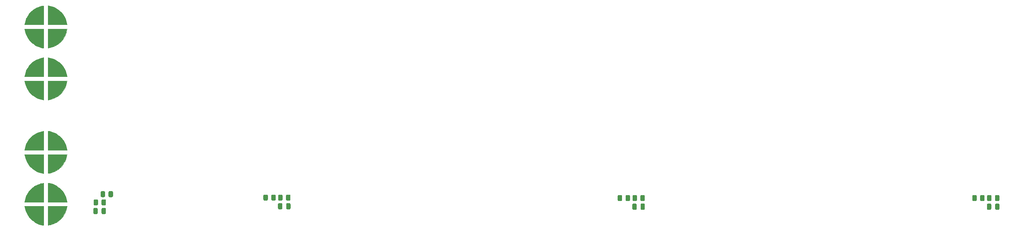
<source format=gtp>
G04 #@! TF.GenerationSoftware,KiCad,Pcbnew,(5.1.6)-1*
G04 #@! TF.CreationDate,2021-04-15T22:16:23+02:00*
G04 #@! TF.ProjectId,DCLink,44434c69-6e6b-42e6-9b69-6361645f7063,rev?*
G04 #@! TF.SameCoordinates,Original*
G04 #@! TF.FileFunction,Paste,Top*
G04 #@! TF.FilePolarity,Positive*
%FSLAX46Y46*%
G04 Gerber Fmt 4.6, Leading zero omitted, Abs format (unit mm)*
G04 Created by KiCad (PCBNEW (5.1.6)-1) date 2021-04-15 22:16:23*
%MOMM*%
%LPD*%
G01*
G04 APERTURE LIST*
%ADD10C,0.100000*%
G04 APERTURE END LIST*
D10*
G36*
X27500000Y-31900000D02*
G01*
X27225000Y-31850000D01*
X26875000Y-31775000D01*
X26525000Y-31675000D01*
X26225000Y-31575000D01*
X25975000Y-31475000D01*
X25750000Y-31350000D01*
X25350000Y-31100000D01*
X25175000Y-30975000D01*
X24800000Y-30700000D01*
X24300000Y-30200000D01*
X24125000Y-29975000D01*
X23975000Y-29775000D01*
X23850000Y-29575000D01*
X23725000Y-29350000D01*
X23600000Y-29100000D01*
X23475000Y-28825000D01*
X23350000Y-28475000D01*
X23250000Y-28150000D01*
X23175000Y-27825000D01*
X23125000Y-27500000D01*
X27500000Y-27500000D01*
X27500000Y-31900000D01*
G37*
X27500000Y-31900000D02*
X27225000Y-31850000D01*
X26875000Y-31775000D01*
X26525000Y-31675000D01*
X26225000Y-31575000D01*
X25975000Y-31475000D01*
X25750000Y-31350000D01*
X25350000Y-31100000D01*
X25175000Y-30975000D01*
X24800000Y-30700000D01*
X24300000Y-30200000D01*
X24125000Y-29975000D01*
X23975000Y-29775000D01*
X23850000Y-29575000D01*
X23725000Y-29350000D01*
X23600000Y-29100000D01*
X23475000Y-28825000D01*
X23350000Y-28475000D01*
X23250000Y-28150000D01*
X23175000Y-27825000D01*
X23125000Y-27500000D01*
X27500000Y-27500000D01*
X27500000Y-31900000D01*
G36*
X23100000Y-26500000D02*
G01*
X23150000Y-26225000D01*
X23225000Y-25875000D01*
X23325000Y-25525000D01*
X23425000Y-25225000D01*
X23525000Y-24975000D01*
X23650000Y-24750000D01*
X23900000Y-24350000D01*
X24025000Y-24175000D01*
X24300000Y-23800000D01*
X24800000Y-23300000D01*
X25025000Y-23125000D01*
X25225000Y-22975000D01*
X25425000Y-22850000D01*
X25650000Y-22725000D01*
X25900000Y-22600000D01*
X26175000Y-22475000D01*
X26525000Y-22350000D01*
X26850000Y-22250000D01*
X27175000Y-22175000D01*
X27500000Y-22125000D01*
X27500000Y-26500000D01*
X23100000Y-26500000D01*
G37*
X23100000Y-26500000D02*
X23150000Y-26225000D01*
X23225000Y-25875000D01*
X23325000Y-25525000D01*
X23425000Y-25225000D01*
X23525000Y-24975000D01*
X23650000Y-24750000D01*
X23900000Y-24350000D01*
X24025000Y-24175000D01*
X24300000Y-23800000D01*
X24800000Y-23300000D01*
X25025000Y-23125000D01*
X25225000Y-22975000D01*
X25425000Y-22850000D01*
X25650000Y-22725000D01*
X25900000Y-22600000D01*
X26175000Y-22475000D01*
X26525000Y-22350000D01*
X26850000Y-22250000D01*
X27175000Y-22175000D01*
X27500000Y-22125000D01*
X27500000Y-26500000D01*
X23100000Y-26500000D01*
G36*
X32900000Y-27500000D02*
G01*
X32850000Y-27775000D01*
X32775000Y-28125000D01*
X32675000Y-28475000D01*
X32575000Y-28775000D01*
X32475000Y-29025000D01*
X32350000Y-29250000D01*
X32100000Y-29650000D01*
X31975000Y-29825000D01*
X31700000Y-30200000D01*
X31200000Y-30700000D01*
X30975000Y-30875000D01*
X30775000Y-31025000D01*
X30575000Y-31150000D01*
X30350000Y-31275000D01*
X30100000Y-31400000D01*
X29825000Y-31525000D01*
X29475000Y-31650000D01*
X29150000Y-31750000D01*
X28825000Y-31825000D01*
X28500000Y-31875000D01*
X28500000Y-27500000D01*
X32900000Y-27500000D01*
G37*
X32900000Y-27500000D02*
X32850000Y-27775000D01*
X32775000Y-28125000D01*
X32675000Y-28475000D01*
X32575000Y-28775000D01*
X32475000Y-29025000D01*
X32350000Y-29250000D01*
X32100000Y-29650000D01*
X31975000Y-29825000D01*
X31700000Y-30200000D01*
X31200000Y-30700000D01*
X30975000Y-30875000D01*
X30775000Y-31025000D01*
X30575000Y-31150000D01*
X30350000Y-31275000D01*
X30100000Y-31400000D01*
X29825000Y-31525000D01*
X29475000Y-31650000D01*
X29150000Y-31750000D01*
X28825000Y-31825000D01*
X28500000Y-31875000D01*
X28500000Y-27500000D01*
X32900000Y-27500000D01*
G36*
X28500000Y-22100000D02*
G01*
X28775000Y-22150000D01*
X29125000Y-22225000D01*
X29475000Y-22325000D01*
X29775000Y-22425000D01*
X30025000Y-22525000D01*
X30250000Y-22650000D01*
X30650000Y-22900000D01*
X30825000Y-23025000D01*
X31200000Y-23300000D01*
X31700000Y-23800000D01*
X31875000Y-24025000D01*
X32025000Y-24225000D01*
X32150000Y-24425000D01*
X32275000Y-24650000D01*
X32400000Y-24900000D01*
X32525000Y-25175000D01*
X32650000Y-25525000D01*
X32750000Y-25850000D01*
X32825000Y-26175000D01*
X32875000Y-26500000D01*
X28500000Y-26500000D01*
X28500000Y-22100000D01*
G37*
X28500000Y-22100000D02*
X28775000Y-22150000D01*
X29125000Y-22225000D01*
X29475000Y-22325000D01*
X29775000Y-22425000D01*
X30025000Y-22525000D01*
X30250000Y-22650000D01*
X30650000Y-22900000D01*
X30825000Y-23025000D01*
X31200000Y-23300000D01*
X31700000Y-23800000D01*
X31875000Y-24025000D01*
X32025000Y-24225000D01*
X32150000Y-24425000D01*
X32275000Y-24650000D01*
X32400000Y-24900000D01*
X32525000Y-25175000D01*
X32650000Y-25525000D01*
X32750000Y-25850000D01*
X32825000Y-26175000D01*
X32875000Y-26500000D01*
X28500000Y-26500000D01*
X28500000Y-22100000D01*
G36*
X28500000Y-34100000D02*
G01*
X28775000Y-34150000D01*
X29125000Y-34225000D01*
X29475000Y-34325000D01*
X29775000Y-34425000D01*
X30025000Y-34525000D01*
X30250000Y-34650000D01*
X30650000Y-34900000D01*
X30825000Y-35025000D01*
X31200000Y-35300000D01*
X31700000Y-35800000D01*
X31875000Y-36025000D01*
X32025000Y-36225000D01*
X32150000Y-36425000D01*
X32275000Y-36650000D01*
X32400000Y-36900000D01*
X32525000Y-37175000D01*
X32650000Y-37525000D01*
X32750000Y-37850000D01*
X32825000Y-38175000D01*
X32875000Y-38500000D01*
X28500000Y-38500000D01*
X28500000Y-34100000D01*
G37*
X28500000Y-34100000D02*
X28775000Y-34150000D01*
X29125000Y-34225000D01*
X29475000Y-34325000D01*
X29775000Y-34425000D01*
X30025000Y-34525000D01*
X30250000Y-34650000D01*
X30650000Y-34900000D01*
X30825000Y-35025000D01*
X31200000Y-35300000D01*
X31700000Y-35800000D01*
X31875000Y-36025000D01*
X32025000Y-36225000D01*
X32150000Y-36425000D01*
X32275000Y-36650000D01*
X32400000Y-36900000D01*
X32525000Y-37175000D01*
X32650000Y-37525000D01*
X32750000Y-37850000D01*
X32825000Y-38175000D01*
X32875000Y-38500000D01*
X28500000Y-38500000D01*
X28500000Y-34100000D01*
G36*
X32900000Y-39500000D02*
G01*
X32850000Y-39775000D01*
X32775000Y-40125000D01*
X32675000Y-40475000D01*
X32575000Y-40775000D01*
X32475000Y-41025000D01*
X32350000Y-41250000D01*
X32100000Y-41650000D01*
X31975000Y-41825000D01*
X31700000Y-42200000D01*
X31200000Y-42700000D01*
X30975000Y-42875000D01*
X30775000Y-43025000D01*
X30575000Y-43150000D01*
X30350000Y-43275000D01*
X30100000Y-43400000D01*
X29825000Y-43525000D01*
X29475000Y-43650000D01*
X29150000Y-43750000D01*
X28825000Y-43825000D01*
X28500000Y-43875000D01*
X28500000Y-39500000D01*
X32900000Y-39500000D01*
G37*
X32900000Y-39500000D02*
X32850000Y-39775000D01*
X32775000Y-40125000D01*
X32675000Y-40475000D01*
X32575000Y-40775000D01*
X32475000Y-41025000D01*
X32350000Y-41250000D01*
X32100000Y-41650000D01*
X31975000Y-41825000D01*
X31700000Y-42200000D01*
X31200000Y-42700000D01*
X30975000Y-42875000D01*
X30775000Y-43025000D01*
X30575000Y-43150000D01*
X30350000Y-43275000D01*
X30100000Y-43400000D01*
X29825000Y-43525000D01*
X29475000Y-43650000D01*
X29150000Y-43750000D01*
X28825000Y-43825000D01*
X28500000Y-43875000D01*
X28500000Y-39500000D01*
X32900000Y-39500000D01*
G36*
X23100000Y-38500000D02*
G01*
X23150000Y-38225000D01*
X23225000Y-37875000D01*
X23325000Y-37525000D01*
X23425000Y-37225000D01*
X23525000Y-36975000D01*
X23650000Y-36750000D01*
X23900000Y-36350000D01*
X24025000Y-36175000D01*
X24300000Y-35800000D01*
X24800000Y-35300000D01*
X25025000Y-35125000D01*
X25225000Y-34975000D01*
X25425000Y-34850000D01*
X25650000Y-34725000D01*
X25900000Y-34600000D01*
X26175000Y-34475000D01*
X26525000Y-34350000D01*
X26850000Y-34250000D01*
X27175000Y-34175000D01*
X27500000Y-34125000D01*
X27500000Y-38500000D01*
X23100000Y-38500000D01*
G37*
X23100000Y-38500000D02*
X23150000Y-38225000D01*
X23225000Y-37875000D01*
X23325000Y-37525000D01*
X23425000Y-37225000D01*
X23525000Y-36975000D01*
X23650000Y-36750000D01*
X23900000Y-36350000D01*
X24025000Y-36175000D01*
X24300000Y-35800000D01*
X24800000Y-35300000D01*
X25025000Y-35125000D01*
X25225000Y-34975000D01*
X25425000Y-34850000D01*
X25650000Y-34725000D01*
X25900000Y-34600000D01*
X26175000Y-34475000D01*
X26525000Y-34350000D01*
X26850000Y-34250000D01*
X27175000Y-34175000D01*
X27500000Y-34125000D01*
X27500000Y-38500000D01*
X23100000Y-38500000D01*
G36*
X27500000Y-43900000D02*
G01*
X27225000Y-43850000D01*
X26875000Y-43775000D01*
X26525000Y-43675000D01*
X26225000Y-43575000D01*
X25975000Y-43475000D01*
X25750000Y-43350000D01*
X25350000Y-43100000D01*
X25175000Y-42975000D01*
X24800000Y-42700000D01*
X24300000Y-42200000D01*
X24125000Y-41975000D01*
X23975000Y-41775000D01*
X23850000Y-41575000D01*
X23725000Y-41350000D01*
X23600000Y-41100000D01*
X23475000Y-40825000D01*
X23350000Y-40475000D01*
X23250000Y-40150000D01*
X23175000Y-39825000D01*
X23125000Y-39500000D01*
X27500000Y-39500000D01*
X27500000Y-43900000D01*
G37*
X27500000Y-43900000D02*
X27225000Y-43850000D01*
X26875000Y-43775000D01*
X26525000Y-43675000D01*
X26225000Y-43575000D01*
X25975000Y-43475000D01*
X25750000Y-43350000D01*
X25350000Y-43100000D01*
X25175000Y-42975000D01*
X24800000Y-42700000D01*
X24300000Y-42200000D01*
X24125000Y-41975000D01*
X23975000Y-41775000D01*
X23850000Y-41575000D01*
X23725000Y-41350000D01*
X23600000Y-41100000D01*
X23475000Y-40825000D01*
X23350000Y-40475000D01*
X23250000Y-40150000D01*
X23175000Y-39825000D01*
X23125000Y-39500000D01*
X27500000Y-39500000D01*
X27500000Y-43900000D01*
G36*
X27500000Y-72900000D02*
G01*
X27225000Y-72850000D01*
X26875000Y-72775000D01*
X26525000Y-72675000D01*
X26225000Y-72575000D01*
X25975000Y-72475000D01*
X25750000Y-72350000D01*
X25350000Y-72100000D01*
X25175000Y-71975000D01*
X24800000Y-71700000D01*
X24300000Y-71200000D01*
X24125000Y-70975000D01*
X23975000Y-70775000D01*
X23850000Y-70575000D01*
X23725000Y-70350000D01*
X23600000Y-70100000D01*
X23475000Y-69825000D01*
X23350000Y-69475000D01*
X23250000Y-69150000D01*
X23175000Y-68825000D01*
X23125000Y-68500000D01*
X27500000Y-68500000D01*
X27500000Y-72900000D01*
G37*
X27500000Y-72900000D02*
X27225000Y-72850000D01*
X26875000Y-72775000D01*
X26525000Y-72675000D01*
X26225000Y-72575000D01*
X25975000Y-72475000D01*
X25750000Y-72350000D01*
X25350000Y-72100000D01*
X25175000Y-71975000D01*
X24800000Y-71700000D01*
X24300000Y-71200000D01*
X24125000Y-70975000D01*
X23975000Y-70775000D01*
X23850000Y-70575000D01*
X23725000Y-70350000D01*
X23600000Y-70100000D01*
X23475000Y-69825000D01*
X23350000Y-69475000D01*
X23250000Y-69150000D01*
X23175000Y-68825000D01*
X23125000Y-68500000D01*
X27500000Y-68500000D01*
X27500000Y-72900000D01*
G36*
X23100000Y-67500000D02*
G01*
X23150000Y-67225000D01*
X23225000Y-66875000D01*
X23325000Y-66525000D01*
X23425000Y-66225000D01*
X23525000Y-65975000D01*
X23650000Y-65750000D01*
X23900000Y-65350000D01*
X24025000Y-65175000D01*
X24300000Y-64800000D01*
X24800000Y-64300000D01*
X25025000Y-64125000D01*
X25225000Y-63975000D01*
X25425000Y-63850000D01*
X25650000Y-63725000D01*
X25900000Y-63600000D01*
X26175000Y-63475000D01*
X26525000Y-63350000D01*
X26850000Y-63250000D01*
X27175000Y-63175000D01*
X27500000Y-63125000D01*
X27500000Y-67500000D01*
X23100000Y-67500000D01*
G37*
X23100000Y-67500000D02*
X23150000Y-67225000D01*
X23225000Y-66875000D01*
X23325000Y-66525000D01*
X23425000Y-66225000D01*
X23525000Y-65975000D01*
X23650000Y-65750000D01*
X23900000Y-65350000D01*
X24025000Y-65175000D01*
X24300000Y-64800000D01*
X24800000Y-64300000D01*
X25025000Y-64125000D01*
X25225000Y-63975000D01*
X25425000Y-63850000D01*
X25650000Y-63725000D01*
X25900000Y-63600000D01*
X26175000Y-63475000D01*
X26525000Y-63350000D01*
X26850000Y-63250000D01*
X27175000Y-63175000D01*
X27500000Y-63125000D01*
X27500000Y-67500000D01*
X23100000Y-67500000D01*
G36*
X32900000Y-68500000D02*
G01*
X32850000Y-68775000D01*
X32775000Y-69125000D01*
X32675000Y-69475000D01*
X32575000Y-69775000D01*
X32475000Y-70025000D01*
X32350000Y-70250000D01*
X32100000Y-70650000D01*
X31975000Y-70825000D01*
X31700000Y-71200000D01*
X31200000Y-71700000D01*
X30975000Y-71875000D01*
X30775000Y-72025000D01*
X30575000Y-72150000D01*
X30350000Y-72275000D01*
X30100000Y-72400000D01*
X29825000Y-72525000D01*
X29475000Y-72650000D01*
X29150000Y-72750000D01*
X28825000Y-72825000D01*
X28500000Y-72875000D01*
X28500000Y-68500000D01*
X32900000Y-68500000D01*
G37*
X32900000Y-68500000D02*
X32850000Y-68775000D01*
X32775000Y-69125000D01*
X32675000Y-69475000D01*
X32575000Y-69775000D01*
X32475000Y-70025000D01*
X32350000Y-70250000D01*
X32100000Y-70650000D01*
X31975000Y-70825000D01*
X31700000Y-71200000D01*
X31200000Y-71700000D01*
X30975000Y-71875000D01*
X30775000Y-72025000D01*
X30575000Y-72150000D01*
X30350000Y-72275000D01*
X30100000Y-72400000D01*
X29825000Y-72525000D01*
X29475000Y-72650000D01*
X29150000Y-72750000D01*
X28825000Y-72825000D01*
X28500000Y-72875000D01*
X28500000Y-68500000D01*
X32900000Y-68500000D01*
G36*
X28500000Y-63100000D02*
G01*
X28775000Y-63150000D01*
X29125000Y-63225000D01*
X29475000Y-63325000D01*
X29775000Y-63425000D01*
X30025000Y-63525000D01*
X30250000Y-63650000D01*
X30650000Y-63900000D01*
X30825000Y-64025000D01*
X31200000Y-64300000D01*
X31700000Y-64800000D01*
X31875000Y-65025000D01*
X32025000Y-65225000D01*
X32150000Y-65425000D01*
X32275000Y-65650000D01*
X32400000Y-65900000D01*
X32525000Y-66175000D01*
X32650000Y-66525000D01*
X32750000Y-66850000D01*
X32825000Y-67175000D01*
X32875000Y-67500000D01*
X28500000Y-67500000D01*
X28500000Y-63100000D01*
G37*
X28500000Y-63100000D02*
X28775000Y-63150000D01*
X29125000Y-63225000D01*
X29475000Y-63325000D01*
X29775000Y-63425000D01*
X30025000Y-63525000D01*
X30250000Y-63650000D01*
X30650000Y-63900000D01*
X30825000Y-64025000D01*
X31200000Y-64300000D01*
X31700000Y-64800000D01*
X31875000Y-65025000D01*
X32025000Y-65225000D01*
X32150000Y-65425000D01*
X32275000Y-65650000D01*
X32400000Y-65900000D01*
X32525000Y-66175000D01*
X32650000Y-66525000D01*
X32750000Y-66850000D01*
X32825000Y-67175000D01*
X32875000Y-67500000D01*
X28500000Y-67500000D01*
X28500000Y-63100000D01*
G36*
X28500000Y-51100000D02*
G01*
X28775000Y-51150000D01*
X29125000Y-51225000D01*
X29475000Y-51325000D01*
X29775000Y-51425000D01*
X30025000Y-51525000D01*
X30250000Y-51650000D01*
X30650000Y-51900000D01*
X30825000Y-52025000D01*
X31200000Y-52300000D01*
X31700000Y-52800000D01*
X31875000Y-53025000D01*
X32025000Y-53225000D01*
X32150000Y-53425000D01*
X32275000Y-53650000D01*
X32400000Y-53900000D01*
X32525000Y-54175000D01*
X32650000Y-54525000D01*
X32750000Y-54850000D01*
X32825000Y-55175000D01*
X32875000Y-55500000D01*
X28500000Y-55500000D01*
X28500000Y-51100000D01*
G37*
X28500000Y-51100000D02*
X28775000Y-51150000D01*
X29125000Y-51225000D01*
X29475000Y-51325000D01*
X29775000Y-51425000D01*
X30025000Y-51525000D01*
X30250000Y-51650000D01*
X30650000Y-51900000D01*
X30825000Y-52025000D01*
X31200000Y-52300000D01*
X31700000Y-52800000D01*
X31875000Y-53025000D01*
X32025000Y-53225000D01*
X32150000Y-53425000D01*
X32275000Y-53650000D01*
X32400000Y-53900000D01*
X32525000Y-54175000D01*
X32650000Y-54525000D01*
X32750000Y-54850000D01*
X32825000Y-55175000D01*
X32875000Y-55500000D01*
X28500000Y-55500000D01*
X28500000Y-51100000D01*
G36*
X32900000Y-56500000D02*
G01*
X32850000Y-56775000D01*
X32775000Y-57125000D01*
X32675000Y-57475000D01*
X32575000Y-57775000D01*
X32475000Y-58025000D01*
X32350000Y-58250000D01*
X32100000Y-58650000D01*
X31975000Y-58825000D01*
X31700000Y-59200000D01*
X31200000Y-59700000D01*
X30975000Y-59875000D01*
X30775000Y-60025000D01*
X30575000Y-60150000D01*
X30350000Y-60275000D01*
X30100000Y-60400000D01*
X29825000Y-60525000D01*
X29475000Y-60650000D01*
X29150000Y-60750000D01*
X28825000Y-60825000D01*
X28500000Y-60875000D01*
X28500000Y-56500000D01*
X32900000Y-56500000D01*
G37*
X32900000Y-56500000D02*
X32850000Y-56775000D01*
X32775000Y-57125000D01*
X32675000Y-57475000D01*
X32575000Y-57775000D01*
X32475000Y-58025000D01*
X32350000Y-58250000D01*
X32100000Y-58650000D01*
X31975000Y-58825000D01*
X31700000Y-59200000D01*
X31200000Y-59700000D01*
X30975000Y-59875000D01*
X30775000Y-60025000D01*
X30575000Y-60150000D01*
X30350000Y-60275000D01*
X30100000Y-60400000D01*
X29825000Y-60525000D01*
X29475000Y-60650000D01*
X29150000Y-60750000D01*
X28825000Y-60825000D01*
X28500000Y-60875000D01*
X28500000Y-56500000D01*
X32900000Y-56500000D01*
G36*
X23100000Y-55500000D02*
G01*
X23150000Y-55225000D01*
X23225000Y-54875000D01*
X23325000Y-54525000D01*
X23425000Y-54225000D01*
X23525000Y-53975000D01*
X23650000Y-53750000D01*
X23900000Y-53350000D01*
X24025000Y-53175000D01*
X24300000Y-52800000D01*
X24800000Y-52300000D01*
X25025000Y-52125000D01*
X25225000Y-51975000D01*
X25425000Y-51850000D01*
X25650000Y-51725000D01*
X25900000Y-51600000D01*
X26175000Y-51475000D01*
X26525000Y-51350000D01*
X26850000Y-51250000D01*
X27175000Y-51175000D01*
X27500000Y-51125000D01*
X27500000Y-55500000D01*
X23100000Y-55500000D01*
G37*
X23100000Y-55500000D02*
X23150000Y-55225000D01*
X23225000Y-54875000D01*
X23325000Y-54525000D01*
X23425000Y-54225000D01*
X23525000Y-53975000D01*
X23650000Y-53750000D01*
X23900000Y-53350000D01*
X24025000Y-53175000D01*
X24300000Y-52800000D01*
X24800000Y-52300000D01*
X25025000Y-52125000D01*
X25225000Y-51975000D01*
X25425000Y-51850000D01*
X25650000Y-51725000D01*
X25900000Y-51600000D01*
X26175000Y-51475000D01*
X26525000Y-51350000D01*
X26850000Y-51250000D01*
X27175000Y-51175000D01*
X27500000Y-51125000D01*
X27500000Y-55500000D01*
X23100000Y-55500000D01*
G36*
X27500000Y-60900000D02*
G01*
X27225000Y-60850000D01*
X26875000Y-60775000D01*
X26525000Y-60675000D01*
X26225000Y-60575000D01*
X25975000Y-60475000D01*
X25750000Y-60350000D01*
X25350000Y-60100000D01*
X25175000Y-59975000D01*
X24800000Y-59700000D01*
X24300000Y-59200000D01*
X24125000Y-58975000D01*
X23975000Y-58775000D01*
X23850000Y-58575000D01*
X23725000Y-58350000D01*
X23600000Y-58100000D01*
X23475000Y-57825000D01*
X23350000Y-57475000D01*
X23250000Y-57150000D01*
X23175000Y-56825000D01*
X23125000Y-56500000D01*
X27500000Y-56500000D01*
X27500000Y-60900000D01*
G37*
X27500000Y-60900000D02*
X27225000Y-60850000D01*
X26875000Y-60775000D01*
X26525000Y-60675000D01*
X26225000Y-60575000D01*
X25975000Y-60475000D01*
X25750000Y-60350000D01*
X25350000Y-60100000D01*
X25175000Y-59975000D01*
X24800000Y-59700000D01*
X24300000Y-59200000D01*
X24125000Y-58975000D01*
X23975000Y-58775000D01*
X23850000Y-58575000D01*
X23725000Y-58350000D01*
X23600000Y-58100000D01*
X23475000Y-57825000D01*
X23350000Y-57475000D01*
X23250000Y-57150000D01*
X23175000Y-56825000D01*
X23125000Y-56500000D01*
X27500000Y-56500000D01*
X27500000Y-60900000D01*
G36*
G01*
X160262500Y-67050001D02*
X160262500Y-66149999D01*
G75*
G02*
X160512499Y-65900000I249999J0D01*
G01*
X161037501Y-65900000D01*
G75*
G02*
X161287500Y-66149999I0J-249999D01*
G01*
X161287500Y-67050001D01*
G75*
G02*
X161037501Y-67300000I-249999J0D01*
G01*
X160512499Y-67300000D01*
G75*
G02*
X160262500Y-67050001I0J249999D01*
G01*
G37*
G36*
G01*
X162087500Y-67050001D02*
X162087500Y-66149999D01*
G75*
G02*
X162337499Y-65900000I249999J0D01*
G01*
X162862501Y-65900000D01*
G75*
G02*
X163112500Y-66149999I0J-249999D01*
G01*
X163112500Y-67050001D01*
G75*
G02*
X162862501Y-67300000I-249999J0D01*
G01*
X162337499Y-67300000D01*
G75*
G02*
X162087500Y-67050001I0J249999D01*
G01*
G37*
G36*
G01*
X41712500Y-65249999D02*
X41712500Y-66150001D01*
G75*
G02*
X41462501Y-66400000I-249999J0D01*
G01*
X40937499Y-66400000D01*
G75*
G02*
X40687500Y-66150001I0J249999D01*
G01*
X40687500Y-65249999D01*
G75*
G02*
X40937499Y-65000000I249999J0D01*
G01*
X41462501Y-65000000D01*
G75*
G02*
X41712500Y-65249999I0J-249999D01*
G01*
G37*
G36*
G01*
X43537500Y-65249999D02*
X43537500Y-66150001D01*
G75*
G02*
X43287501Y-66400000I-249999J0D01*
G01*
X42762499Y-66400000D01*
G75*
G02*
X42512500Y-66150001I0J249999D01*
G01*
X42512500Y-65249999D01*
G75*
G02*
X42762499Y-65000000I249999J0D01*
G01*
X43287501Y-65000000D01*
G75*
G02*
X43537500Y-65249999I0J-249999D01*
G01*
G37*
G36*
G01*
X83600000Y-68975000D02*
X83600000Y-68025000D01*
G75*
G02*
X83850000Y-67775000I250000J0D01*
G01*
X84350000Y-67775000D01*
G75*
G02*
X84600000Y-68025000I0J-250000D01*
G01*
X84600000Y-68975000D01*
G75*
G02*
X84350000Y-69225000I-250000J0D01*
G01*
X83850000Y-69225000D01*
G75*
G02*
X83600000Y-68975000I0J250000D01*
G01*
G37*
G36*
G01*
X81700000Y-68975000D02*
X81700000Y-68025000D01*
G75*
G02*
X81950000Y-67775000I250000J0D01*
G01*
X82450000Y-67775000D01*
G75*
G02*
X82700000Y-68025000I0J-250000D01*
G01*
X82700000Y-68975000D01*
G75*
G02*
X82450000Y-69225000I-250000J0D01*
G01*
X81950000Y-69225000D01*
G75*
G02*
X81700000Y-68975000I0J250000D01*
G01*
G37*
G36*
G01*
X163650000Y-69075000D02*
X163650000Y-68125000D01*
G75*
G02*
X163900000Y-67875000I250000J0D01*
G01*
X164400000Y-67875000D01*
G75*
G02*
X164650000Y-68125000I0J-250000D01*
G01*
X164650000Y-69075000D01*
G75*
G02*
X164400000Y-69325000I-250000J0D01*
G01*
X163900000Y-69325000D01*
G75*
G02*
X163650000Y-69075000I0J250000D01*
G01*
G37*
G36*
G01*
X165550000Y-69075000D02*
X165550000Y-68125000D01*
G75*
G02*
X165800000Y-67875000I250000J0D01*
G01*
X166300000Y-67875000D01*
G75*
G02*
X166550000Y-68125000I0J-250000D01*
G01*
X166550000Y-69075000D01*
G75*
G02*
X166300000Y-69325000I-250000J0D01*
G01*
X165800000Y-69325000D01*
G75*
G02*
X165550000Y-69075000I0J250000D01*
G01*
G37*
G36*
G01*
X247550000Y-69075000D02*
X247550000Y-68125000D01*
G75*
G02*
X247800000Y-67875000I250000J0D01*
G01*
X248300000Y-67875000D01*
G75*
G02*
X248550000Y-68125000I0J-250000D01*
G01*
X248550000Y-69075000D01*
G75*
G02*
X248300000Y-69325000I-250000J0D01*
G01*
X247800000Y-69325000D01*
G75*
G02*
X247550000Y-69075000I0J250000D01*
G01*
G37*
G36*
G01*
X245650000Y-69075000D02*
X245650000Y-68125000D01*
G75*
G02*
X245900000Y-67875000I250000J0D01*
G01*
X246400000Y-67875000D01*
G75*
G02*
X246650000Y-68125000I0J-250000D01*
G01*
X246650000Y-69075000D01*
G75*
G02*
X246400000Y-69325000I-250000J0D01*
G01*
X245900000Y-69325000D01*
G75*
G02*
X245650000Y-69075000I0J250000D01*
G01*
G37*
G36*
G01*
X41900000Y-69125000D02*
X41900000Y-70075000D01*
G75*
G02*
X41650000Y-70325000I-250000J0D01*
G01*
X41150000Y-70325000D01*
G75*
G02*
X40900000Y-70075000I0J250000D01*
G01*
X40900000Y-69125000D01*
G75*
G02*
X41150000Y-68875000I250000J0D01*
G01*
X41650000Y-68875000D01*
G75*
G02*
X41900000Y-69125000I0J-250000D01*
G01*
G37*
G36*
G01*
X40000000Y-69125000D02*
X40000000Y-70075000D01*
G75*
G02*
X39750000Y-70325000I-250000J0D01*
G01*
X39250000Y-70325000D01*
G75*
G02*
X39000000Y-70075000I0J250000D01*
G01*
X39000000Y-69125000D01*
G75*
G02*
X39250000Y-68875000I250000J0D01*
G01*
X39750000Y-68875000D01*
G75*
G02*
X40000000Y-69125000I0J-250000D01*
G01*
G37*
G36*
G01*
X78325000Y-66950001D02*
X78325000Y-66049999D01*
G75*
G02*
X78574999Y-65800000I249999J0D01*
G01*
X79100001Y-65800000D01*
G75*
G02*
X79350000Y-66049999I0J-249999D01*
G01*
X79350000Y-66950001D01*
G75*
G02*
X79100001Y-67200000I-249999J0D01*
G01*
X78574999Y-67200000D01*
G75*
G02*
X78325000Y-66950001I0J249999D01*
G01*
G37*
G36*
G01*
X80150000Y-66950001D02*
X80150000Y-66049999D01*
G75*
G02*
X80399999Y-65800000I249999J0D01*
G01*
X80925001Y-65800000D01*
G75*
G02*
X81175000Y-66049999I0J-249999D01*
G01*
X81175000Y-66950001D01*
G75*
G02*
X80925001Y-67200000I-249999J0D01*
G01*
X80399999Y-67200000D01*
G75*
G02*
X80150000Y-66950001I0J249999D01*
G01*
G37*
G36*
G01*
X84587500Y-66049999D02*
X84587500Y-66950001D01*
G75*
G02*
X84337501Y-67200000I-249999J0D01*
G01*
X83812499Y-67200000D01*
G75*
G02*
X83562500Y-66950001I0J249999D01*
G01*
X83562500Y-66049999D01*
G75*
G02*
X83812499Y-65800000I249999J0D01*
G01*
X84337501Y-65800000D01*
G75*
G02*
X84587500Y-66049999I0J-249999D01*
G01*
G37*
G36*
G01*
X82762500Y-66049999D02*
X82762500Y-66950001D01*
G75*
G02*
X82512501Y-67200000I-249999J0D01*
G01*
X81987499Y-67200000D01*
G75*
G02*
X81737500Y-66950001I0J249999D01*
G01*
X81737500Y-66049999D01*
G75*
G02*
X81987499Y-65800000I249999J0D01*
G01*
X82512501Y-65800000D01*
G75*
G02*
X82762500Y-66049999I0J-249999D01*
G01*
G37*
G36*
G01*
X164712500Y-66149999D02*
X164712500Y-67050001D01*
G75*
G02*
X164462501Y-67300000I-249999J0D01*
G01*
X163937499Y-67300000D01*
G75*
G02*
X163687500Y-67050001I0J249999D01*
G01*
X163687500Y-66149999D01*
G75*
G02*
X163937499Y-65900000I249999J0D01*
G01*
X164462501Y-65900000D01*
G75*
G02*
X164712500Y-66149999I0J-249999D01*
G01*
G37*
G36*
G01*
X166537500Y-66149999D02*
X166537500Y-67050001D01*
G75*
G02*
X166287501Y-67300000I-249999J0D01*
G01*
X165762499Y-67300000D01*
G75*
G02*
X165512500Y-67050001I0J249999D01*
G01*
X165512500Y-66149999D01*
G75*
G02*
X165762499Y-65900000I249999J0D01*
G01*
X166287501Y-65900000D01*
G75*
G02*
X166537500Y-66149999I0J-249999D01*
G01*
G37*
G36*
G01*
X242262500Y-67050001D02*
X242262500Y-66149999D01*
G75*
G02*
X242512499Y-65900000I249999J0D01*
G01*
X243037501Y-65900000D01*
G75*
G02*
X243287500Y-66149999I0J-249999D01*
G01*
X243287500Y-67050001D01*
G75*
G02*
X243037501Y-67300000I-249999J0D01*
G01*
X242512499Y-67300000D01*
G75*
G02*
X242262500Y-67050001I0J249999D01*
G01*
G37*
G36*
G01*
X244087500Y-67050001D02*
X244087500Y-66149999D01*
G75*
G02*
X244337499Y-65900000I249999J0D01*
G01*
X244862501Y-65900000D01*
G75*
G02*
X245112500Y-66149999I0J-249999D01*
G01*
X245112500Y-67050001D01*
G75*
G02*
X244862501Y-67300000I-249999J0D01*
G01*
X244337499Y-67300000D01*
G75*
G02*
X244087500Y-67050001I0J249999D01*
G01*
G37*
G36*
G01*
X246712500Y-66149999D02*
X246712500Y-67050001D01*
G75*
G02*
X246462501Y-67300000I-249999J0D01*
G01*
X245937499Y-67300000D01*
G75*
G02*
X245687500Y-67050001I0J249999D01*
G01*
X245687500Y-66149999D01*
G75*
G02*
X245937499Y-65900000I249999J0D01*
G01*
X246462501Y-65900000D01*
G75*
G02*
X246712500Y-66149999I0J-249999D01*
G01*
G37*
G36*
G01*
X248537500Y-66149999D02*
X248537500Y-67050001D01*
G75*
G02*
X248287501Y-67300000I-249999J0D01*
G01*
X247762499Y-67300000D01*
G75*
G02*
X247512500Y-67050001I0J249999D01*
G01*
X247512500Y-66149999D01*
G75*
G02*
X247762499Y-65900000I249999J0D01*
G01*
X248287501Y-65900000D01*
G75*
G02*
X248537500Y-66149999I0J-249999D01*
G01*
G37*
G36*
G01*
X40887500Y-68050001D02*
X40887500Y-67149999D01*
G75*
G02*
X41137499Y-66900000I249999J0D01*
G01*
X41662501Y-66900000D01*
G75*
G02*
X41912500Y-67149999I0J-249999D01*
G01*
X41912500Y-68050001D01*
G75*
G02*
X41662501Y-68300000I-249999J0D01*
G01*
X41137499Y-68300000D01*
G75*
G02*
X40887500Y-68050001I0J249999D01*
G01*
G37*
G36*
G01*
X39062500Y-68050001D02*
X39062500Y-67149999D01*
G75*
G02*
X39312499Y-66900000I249999J0D01*
G01*
X39837501Y-66900000D01*
G75*
G02*
X40087500Y-67149999I0J-249999D01*
G01*
X40087500Y-68050001D01*
G75*
G02*
X39837501Y-68300000I-249999J0D01*
G01*
X39312499Y-68300000D01*
G75*
G02*
X39062500Y-68050001I0J249999D01*
G01*
G37*
M02*

</source>
